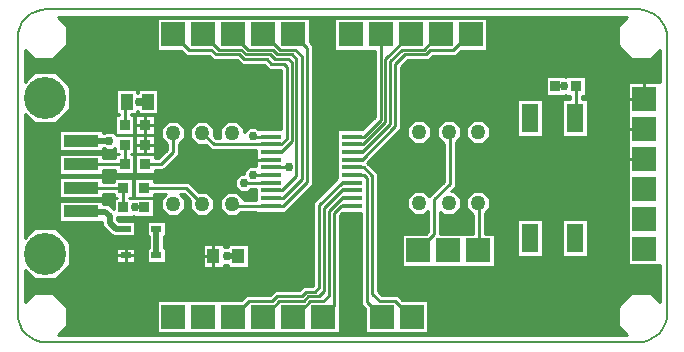
<source format=gbr>
G04 PROTEUS RS274X GERBER FILE*
%FSLAX45Y45*%
%MOMM*%
G01*
%ADD10C,0.508000*%
%ADD11C,0.254000*%
%ADD12C,0.762000*%
%ADD13R,1.701800X0.457200*%
%ADD14R,1.473200X2.387600*%
%ADD15R,1.016000X1.270000*%
%ADD16R,0.990600X1.397000*%
%ADD17R,0.889000X0.889000*%
%ADD18R,2.997200X0.990600*%
%ADD19C,3.556000*%
%ADD70C,0.000000*%
%ADD71R,0.838200X0.508000*%
%ADD20C,1.270000*%
%ADD21R,2.032000X2.032000*%
%ADD22C,0.203200*%
G36*
X+5081901Y+2582055D02*
X+5081901Y+2417945D01*
X+5197945Y+2301901D01*
X+5362055Y+2301901D01*
X+5439040Y+2378886D01*
X+5439040Y+2103739D01*
X+5168801Y+2103739D01*
X+5168801Y+554341D01*
X+5439040Y+554341D01*
X+5439040Y+241114D01*
X+5362055Y+318099D01*
X+5197945Y+318099D01*
X+5081901Y+202055D01*
X+5081901Y+37945D01*
X+5158886Y-39040D01*
X+341114Y-39040D01*
X+418099Y+37945D01*
X+418099Y+202055D01*
X+302055Y+318099D01*
X+137945Y+318099D01*
X+60960Y+241114D01*
X+60960Y+515013D01*
X+143232Y+432741D01*
X+322088Y+432741D01*
X+448559Y+559212D01*
X+448559Y+738068D01*
X+322088Y+864539D01*
X+143232Y+864539D01*
X+60960Y+782267D01*
X+60960Y+1835813D01*
X+143232Y+1753541D01*
X+322088Y+1753541D01*
X+448559Y+1880012D01*
X+448559Y+2058868D01*
X+322088Y+2185339D01*
X+143232Y+2185339D01*
X+60960Y+2103067D01*
X+60960Y+2378886D01*
X+137945Y+2301901D01*
X+302055Y+2301901D01*
X+418099Y+2417945D01*
X+418099Y+2582055D01*
X+341114Y+2659040D01*
X+5158886Y+2659040D01*
X+5081901Y+2582055D01*
G37*
%LPC*%
G36*
X+2475699Y+2441181D02*
X+2499199Y+2417681D01*
X+2499199Y+1236399D01*
X+2270181Y+1007381D01*
X+2265429Y+1007381D01*
X+2265429Y+997221D01*
X+2019051Y+997221D01*
X+2019051Y+1007381D01*
X+1892364Y+1007381D01*
X+1857644Y+972661D01*
X+1773476Y+972661D01*
X+1713961Y+1032176D01*
X+1713961Y+1116344D01*
X+1773476Y+1175859D01*
X+1857644Y+1175859D01*
X+1917159Y+1116344D01*
X+1917159Y+1108979D01*
X+2019051Y+1108979D01*
X+2019051Y+1202381D01*
X+1974195Y+1202381D01*
X+1949036Y+1177222D01*
X+1885910Y+1177222D01*
X+1841274Y+1221858D01*
X+1841274Y+1284984D01*
X+1885910Y+1329620D01*
X+1916095Y+1329620D01*
X+1916095Y+1350770D01*
X+1960731Y+1395406D01*
X+2019051Y+1395406D01*
X+2019051Y+1527381D01*
X+1640599Y+1527381D01*
X+1595319Y+1572661D01*
X+1523476Y+1572661D01*
X+1463961Y+1632176D01*
X+1463961Y+1716344D01*
X+1523476Y+1775859D01*
X+1607644Y+1775859D01*
X+1667159Y+1716344D01*
X+1667159Y+1644501D01*
X+1682681Y+1628979D01*
X+1717158Y+1628979D01*
X+1713961Y+1632176D01*
X+1713961Y+1716344D01*
X+1773476Y+1775859D01*
X+1857644Y+1775859D01*
X+1917159Y+1716344D01*
X+1917159Y+1679110D01*
X+1958437Y+1720388D01*
X+2021563Y+1720388D01*
X+2037812Y+1704139D01*
X+2228560Y+1704139D01*
X+2228560Y+2206788D01*
X+2128353Y+2206788D01*
X+2087589Y+2247552D01*
X+1898241Y+2247552D01*
X+1858154Y+2287639D01*
X+1661361Y+2287639D01*
X+1620314Y+2328686D01*
X+1428514Y+2328686D01*
X+1387859Y+2369341D01*
X+1180301Y+2369341D01*
X+1180301Y+2648739D01*
X+2475699Y+2648739D01*
X+2475699Y+2441181D01*
G37*
G36*
X+3975699Y+2369341D02*
X+3757401Y+2369341D01*
X+3711298Y+2323238D01*
X+3514060Y+2323238D01*
X+3478216Y+2287394D01*
X+3302124Y+2287394D01*
X+3247178Y+2232448D01*
X+3247178Y+1708555D01*
X+2961532Y+1422908D01*
X+3052919Y+1331521D01*
X+3052919Y+334384D01*
X+3087910Y+299393D01*
X+3217693Y+299393D01*
X+3258347Y+258739D01*
X+3477199Y+258739D01*
X+3477199Y-20659D01*
X+2943801Y-20659D01*
X+2943801Y+186899D01*
X+2908141Y+222559D01*
X+2908141Y+997221D01*
X+2750276Y+997221D01*
X+2728597Y+975542D01*
X+2728597Y+258739D01*
X+2729699Y+258739D01*
X+2729699Y-20659D01*
X+1180301Y-20659D01*
X+1180301Y+258739D01*
X+1895859Y+258739D01*
X+1936456Y+299336D01*
X+2135299Y+299336D01*
X+2178539Y+342576D01*
X+2384179Y+342576D01*
X+2422296Y+380693D01*
X+2498853Y+380693D01*
X+2505080Y+386920D01*
X+2505080Y+1085064D01*
X+2709051Y+1289035D01*
X+2709051Y+1704139D01*
X+2919502Y+1704139D01*
X+3023201Y+1807838D01*
X+3023201Y+2369341D01*
X+2680301Y+2369341D01*
X+2680301Y+2648739D01*
X+3975699Y+2648739D01*
X+3975699Y+2369341D01*
G37*
G36*
X+4609241Y+626521D02*
X+4609241Y+941479D01*
X+4832759Y+941479D01*
X+4832759Y+626521D01*
X+4609241Y+626521D01*
G37*
G36*
X+4451759Y+1642521D02*
X+4228241Y+1642521D01*
X+4228241Y+1957479D01*
X+4451759Y+1957479D01*
X+4451759Y+1642521D01*
G37*
G36*
X+4809229Y+1986291D02*
X+4777479Y+1986291D01*
X+4777479Y+1957479D01*
X+4832759Y+1957479D01*
X+4832759Y+1642521D01*
X+4609241Y+1642521D01*
X+4609241Y+1957479D01*
X+4675881Y+1957479D01*
X+4675881Y+1986291D01*
X+4644131Y+1986291D01*
X+4644131Y+1992641D01*
X+4636509Y+1992641D01*
X+4636509Y+1986291D01*
X+4471411Y+1986291D01*
X+4471411Y+2151389D01*
X+4636509Y+2151389D01*
X+4636509Y+2145039D01*
X+4644131Y+2145039D01*
X+4644131Y+2151389D01*
X+4809229Y+2151389D01*
X+4809229Y+1986291D01*
G37*
G36*
X+4228241Y+626521D02*
X+4228241Y+941479D01*
X+4451759Y+941479D01*
X+4451759Y+626521D01*
X+4228241Y+626521D01*
G37*
G36*
X+1958559Y+532861D02*
X+1780761Y+532861D01*
X+1780761Y+558261D01*
X+1745199Y+558261D01*
X+1745199Y+532861D01*
X+1567401Y+532861D01*
X+1567401Y+736059D01*
X+1745199Y+736059D01*
X+1745199Y+710659D01*
X+1780761Y+710659D01*
X+1780761Y+736059D01*
X+1958559Y+736059D01*
X+1958559Y+532861D01*
G37*
G36*
X+1192369Y+1829911D02*
X+1017111Y+1829911D01*
X+1017111Y+1861661D01*
X+1012369Y+1861661D01*
X+1012369Y+1829911D01*
X+957419Y+1829911D01*
X+957419Y+1824829D01*
X+989169Y+1824829D01*
X+989169Y+1659731D01*
X+834009Y+1659731D01*
X+836551Y+1657189D01*
X+989169Y+1657189D01*
X+989169Y+1492091D01*
X+957419Y+1492091D01*
X+957419Y+1491589D01*
X+989829Y+1491589D01*
X+989829Y+1326491D01*
X+824731Y+1326491D01*
X+824731Y+1358241D01*
X+727959Y+1358241D01*
X+727959Y+1321411D01*
X+352041Y+1321411D01*
X+352041Y+1496669D01*
X+727959Y+1496669D01*
X+727959Y+1459839D01*
X+824731Y+1459839D01*
X+824731Y+1491589D01*
X+855821Y+1491589D01*
X+855821Y+1492091D01*
X+824071Y+1492091D01*
X+824071Y+1548203D01*
X+808605Y+1532737D01*
X+745479Y+1532737D01*
X+732675Y+1545541D01*
X+727959Y+1545541D01*
X+727959Y+1521411D01*
X+352041Y+1521411D01*
X+352041Y+1696669D01*
X+727959Y+1696669D01*
X+727959Y+1672539D01*
X+732883Y+1672539D01*
X+745479Y+1685135D01*
X+808605Y+1685135D01*
X+824071Y+1669669D01*
X+824071Y+1824829D01*
X+855821Y+1824829D01*
X+855821Y+1829911D01*
X+837111Y+1829911D01*
X+837111Y+2045809D01*
X+1012369Y+2045809D01*
X+1012369Y+2014059D01*
X+1017111Y+2014059D01*
X+1017111Y+2045809D01*
X+1192369Y+2045809D01*
X+1192369Y+1829911D01*
G37*
G36*
X+996791Y+1824829D02*
X+1161889Y+1824829D01*
X+1161889Y+1659731D01*
X+996791Y+1659731D01*
X+996791Y+1824829D01*
G37*
G36*
X+727959Y+1259839D02*
X+814731Y+1259839D01*
X+814731Y+1291589D01*
X+979829Y+1291589D01*
X+979829Y+1126491D01*
X+947259Y+1126491D01*
X+947259Y+1126329D01*
X+979009Y+1126329D01*
X+979009Y+1119979D01*
X+986631Y+1119979D01*
X+986631Y+1126329D01*
X+1151729Y+1126329D01*
X+1151729Y+961231D01*
X+986631Y+961231D01*
X+986631Y+967581D01*
X+979009Y+967581D01*
X+979009Y+961231D01*
X+844539Y+961231D01*
X+844539Y+939496D01*
X+857096Y+926939D01*
X+995869Y+926939D01*
X+995869Y+799941D01*
X+804494Y+799941D01*
X+717541Y+886894D01*
X+717541Y+921411D01*
X+352041Y+921411D01*
X+352041Y+1096669D01*
X+727959Y+1096669D01*
X+727959Y+1071719D01*
X+770361Y+1071719D01*
X+813911Y+1028169D01*
X+813911Y+1126329D01*
X+845661Y+1126329D01*
X+845661Y+1126491D01*
X+814731Y+1126491D01*
X+814731Y+1158241D01*
X+727959Y+1158241D01*
X+727959Y+1121411D01*
X+352041Y+1121411D01*
X+352041Y+1296669D01*
X+727959Y+1296669D01*
X+727959Y+1259839D01*
G37*
G36*
X+1255869Y+799941D02*
X+1239359Y+799941D01*
X+1239359Y+700879D01*
X+1255869Y+700879D01*
X+1255869Y+573881D01*
X+1095851Y+573881D01*
X+1095851Y+700879D01*
X+1112361Y+700879D01*
X+1112361Y+799941D01*
X+1095851Y+799941D01*
X+1095851Y+926939D01*
X+1255869Y+926939D01*
X+1255869Y+799941D01*
G37*
G36*
X+835851Y+573881D02*
X+835851Y+700879D01*
X+995869Y+700879D01*
X+995869Y+573881D01*
X+835851Y+573881D01*
G37*
G36*
X+1152549Y+1259839D02*
X+1451821Y+1259839D01*
X+1535801Y+1175859D01*
X+1607644Y+1175859D01*
X+1667159Y+1116344D01*
X+1667159Y+1032176D01*
X+1607644Y+972661D01*
X+1523476Y+972661D01*
X+1463961Y+1032176D01*
X+1463961Y+1104019D01*
X+1409739Y+1158241D01*
X+1375262Y+1158241D01*
X+1417159Y+1116344D01*
X+1417159Y+1032176D01*
X+1357644Y+972661D01*
X+1273476Y+972661D01*
X+1213961Y+1032176D01*
X+1213961Y+1116344D01*
X+1255858Y+1158241D01*
X+1152549Y+1158241D01*
X+1152549Y+1126491D01*
X+987451Y+1126491D01*
X+987451Y+1291589D01*
X+1152549Y+1291589D01*
X+1152549Y+1259839D01*
G37*
G36*
X+1417159Y+1716344D02*
X+1417159Y+1632176D01*
X+1366359Y+1581376D01*
X+1366359Y+1490099D01*
X+1234501Y+1358241D01*
X+1162549Y+1358241D01*
X+1162549Y+1326491D01*
X+997451Y+1326491D01*
X+997451Y+1491589D01*
X+1162549Y+1491589D01*
X+1162549Y+1459839D01*
X+1192419Y+1459839D01*
X+1264761Y+1532181D01*
X+1264761Y+1581376D01*
X+1213961Y+1632176D01*
X+1213961Y+1716344D01*
X+1273476Y+1775859D01*
X+1357644Y+1775859D01*
X+1417159Y+1716344D01*
G37*
G36*
X+1161889Y+1492091D02*
X+996791Y+1492091D01*
X+996791Y+1657189D01*
X+1161889Y+1657189D01*
X+1161889Y+1492091D01*
G37*
G36*
X+3751599Y+1722084D02*
X+3751599Y+1637916D01*
X+3710799Y+1597116D01*
X+3710799Y+1218960D01*
X+3673438Y+1181599D01*
X+3692084Y+1181599D01*
X+3751599Y+1122084D01*
X+3751599Y+1037916D01*
X+3692084Y+978401D01*
X+3607916Y+978401D01*
X+3580799Y+1005518D01*
X+3580799Y+819699D01*
X+3859201Y+819699D01*
X+3859201Y+978401D01*
X+3857916Y+978401D01*
X+3798401Y+1037916D01*
X+3798401Y+1122084D01*
X+3857916Y+1181599D01*
X+3942084Y+1181599D01*
X+4001599Y+1122084D01*
X+4001599Y+1037916D01*
X+3960799Y+997116D01*
X+3960799Y+819699D01*
X+4039699Y+819699D01*
X+4039699Y+540301D01*
X+3252301Y+540301D01*
X+3252301Y+819699D01*
X+3459859Y+819699D01*
X+3479201Y+839041D01*
X+3479201Y+1015518D01*
X+3442084Y+978401D01*
X+3357916Y+978401D01*
X+3298401Y+1037916D01*
X+3298401Y+1122084D01*
X+3357916Y+1181599D01*
X+3442084Y+1181599D01*
X+3485921Y+1137762D01*
X+3609201Y+1261042D01*
X+3609201Y+1578401D01*
X+3607916Y+1578401D01*
X+3548401Y+1637916D01*
X+3548401Y+1722084D01*
X+3607916Y+1781599D01*
X+3692084Y+1781599D01*
X+3751599Y+1722084D01*
G37*
G36*
X+3798401Y+1637916D02*
X+3798401Y+1722084D01*
X+3857916Y+1781599D01*
X+3942084Y+1781599D01*
X+4001599Y+1722084D01*
X+4001599Y+1637916D01*
X+3942084Y+1578401D01*
X+3857916Y+1578401D01*
X+3798401Y+1637916D01*
G37*
G36*
X+3298401Y+1637916D02*
X+3298401Y+1722084D01*
X+3357916Y+1781599D01*
X+3442084Y+1781599D01*
X+3501599Y+1722084D01*
X+3501599Y+1637916D01*
X+3442084Y+1578401D01*
X+3357916Y+1578401D01*
X+3298401Y+1637916D01*
G37*
%LPD*%
D10*
X+1869660Y+634460D02*
X+1769660Y+634460D01*
D11*
X+540000Y+1409040D02*
X+907280Y+1409040D01*
X+906620Y+1574640D02*
X+906620Y+1409700D01*
X+907280Y+1409040D01*
X+896460Y+1043780D02*
X+896460Y+1208880D01*
X+896620Y+1209040D01*
X+899000Y+1211420D01*
X+897280Y+1209040D01*
X+540000Y+1209040D02*
X+896620Y+1209040D01*
X+897280Y+1209040D01*
X+1069180Y+1043780D02*
X+994230Y+1043780D01*
D10*
X+540000Y+1609040D02*
X+776938Y+1609040D01*
X+777042Y+1608936D01*
X+915860Y+863440D02*
X+830795Y+863440D01*
X+781040Y+913195D01*
X+781040Y+971240D01*
X+744060Y+1008220D01*
X+540820Y+1008220D01*
X+540000Y+1009040D01*
X+1175860Y+863440D02*
X+1175860Y+637380D01*
D11*
X+1080000Y+1409040D02*
X+1213460Y+1409040D01*
X+1315560Y+1511140D01*
X+1315560Y+1674260D01*
X+1070000Y+1209040D02*
X+1430780Y+1209040D01*
X+1565560Y+1074260D01*
X+906620Y+1742280D02*
X+906620Y+1919740D01*
X+924740Y+1937860D01*
X+1104740Y+1937860D02*
X+1027549Y+1937860D01*
X+2142240Y+1058180D02*
X+1831640Y+1058180D01*
X+1815560Y+1074260D01*
X+2142240Y+1578180D02*
X+2057742Y+1578180D01*
X+1661640Y+1578180D01*
X+1565560Y+1674260D01*
X+2142240Y+1383180D02*
X+2292458Y+1383180D01*
X+2296024Y+1386746D01*
X+2142240Y+1253180D02*
X+1917714Y+1253180D01*
X+1917473Y+1253421D01*
X+2142240Y+1318180D02*
X+1993321Y+1318180D01*
X+1992294Y+1319207D01*
X+4553960Y+2068840D02*
X+4628909Y+2068840D01*
X+2142240Y+1643180D02*
X+1991009Y+1643180D01*
X+1990000Y+1644189D01*
X+2832240Y+1058180D02*
X+2739395Y+1058180D01*
X+2677798Y+996583D01*
X+2677798Y+206838D01*
X+2590000Y+119040D01*
X+2832240Y+1123180D02*
X+2746945Y+1123180D01*
X+2637129Y+1013364D01*
X+2637129Y+296724D01*
X+2589027Y+248622D01*
X+2476939Y+248622D01*
X+2347357Y+119040D01*
X+2336000Y+119040D01*
X+2832240Y+1188180D02*
X+2745650Y+1188180D01*
X+2596522Y+1039052D01*
X+2596522Y+335589D01*
X+2550173Y+289240D01*
X+2460111Y+289240D01*
X+2423795Y+252924D01*
X+2419431Y+248560D01*
X+2218000Y+248560D01*
X+2088480Y+119040D01*
X+2082000Y+119040D01*
X+2832240Y+1318180D02*
X+2930920Y+1318180D01*
X+2958940Y+1290160D01*
X+2958940Y+243600D01*
X+3083500Y+119040D01*
X+2832240Y+1383180D02*
X+2929420Y+1383180D01*
X+3002120Y+1310480D01*
X+3002120Y+313343D01*
X+3066868Y+248595D01*
X+3196651Y+248595D01*
X+3329291Y+115955D01*
X+3341021Y+115955D01*
X+3337500Y+119040D01*
X+4726680Y+2068840D02*
X+4726680Y+1805680D01*
X+4721000Y+1800000D01*
X+2832240Y+1253180D02*
X+2745036Y+1253180D01*
X+2555879Y+1064023D01*
X+2555879Y+365879D01*
X+2519894Y+329894D01*
X+2443337Y+329894D01*
X+2405220Y+291777D01*
X+2199580Y+291777D01*
X+2156340Y+248537D01*
X+1957497Y+248537D01*
X+1828000Y+119040D01*
X+3900000Y+1080000D02*
X+3910000Y+1080000D01*
X+3910000Y+690000D01*
X+3900000Y+680000D01*
X+3650000Y+1680000D02*
X+3660000Y+1680000D01*
X+3660000Y+1240001D01*
X+3530000Y+1110001D01*
X+3530000Y+818000D01*
X+3392000Y+680000D01*
X+2142240Y+1058180D02*
X+2249140Y+1058180D01*
X+2448400Y+1257440D01*
X+2448400Y+2396640D01*
X+2336000Y+2509040D01*
X+2142240Y+1123180D02*
X+2244141Y+1123180D01*
X+2405220Y+1284259D01*
X+2405220Y+2320899D01*
X+2346585Y+2379534D01*
X+2222900Y+2379534D01*
X+2088619Y+2513815D01*
X+2088619Y+2514250D01*
X+2082000Y+2509040D01*
X+2142240Y+1188180D02*
X+2239139Y+1188180D01*
X+2362040Y+1311081D01*
X+2362040Y+2298039D01*
X+2321155Y+2338924D01*
X+2200439Y+2338924D01*
X+2159814Y+2379549D01*
X+1952997Y+2379549D01*
X+1828000Y+2504546D01*
X+1828000Y+2509040D01*
X+2142240Y+1513180D02*
X+2227539Y+1513180D01*
X+2321400Y+1607041D01*
X+2321400Y+2270100D01*
X+2293255Y+2298245D01*
X+2176948Y+2298245D01*
X+2136236Y+2338957D01*
X+1936114Y+2338957D01*
X+1896031Y+2379040D01*
X+1704000Y+2379040D01*
X+1574000Y+2509040D01*
X+2142240Y+1578180D02*
X+2232508Y+1578180D01*
X+2279359Y+1625031D01*
X+2279359Y+2235941D01*
X+2257713Y+2257587D01*
X+2149394Y+2257587D01*
X+2108630Y+2298351D01*
X+1919282Y+2298351D01*
X+1879195Y+2338438D01*
X+1682402Y+2338438D01*
X+1641355Y+2379485D01*
X+1449555Y+2379485D01*
X+1320000Y+2509040D01*
X+2832240Y+1643180D02*
X+2930383Y+1643180D01*
X+3074000Y+1786797D01*
X+3074000Y+2509040D01*
X+2832240Y+1578180D02*
X+2922856Y+1578180D01*
X+3114645Y+1769969D01*
X+3114645Y+2295685D01*
X+3328000Y+2509040D01*
X+2832240Y+1513180D02*
X+2918485Y+1513180D01*
X+3155711Y+1750406D01*
X+3155711Y+2279337D01*
X+3255197Y+2378823D01*
X+3440367Y+2378823D01*
X+3570584Y+2509040D01*
X+3582000Y+2509040D01*
X+2832240Y+1448180D02*
X+2914963Y+1448180D01*
X+3196379Y+1729596D01*
X+3196379Y+2253489D01*
X+3281083Y+2338193D01*
X+3457175Y+2338193D01*
X+3493019Y+2374037D01*
X+3690257Y+2374037D01*
X+3825260Y+2509040D01*
X+3836000Y+2509040D01*
D12*
X+1769660Y+634460D03*
X+994230Y+1043780D03*
X+777042Y+1608936D03*
X+1027549Y+1937860D03*
X+2296024Y+1386746D03*
X+4628909Y+2068840D03*
X+1990000Y+1644189D03*
X+4340000Y+1800000D03*
X+1992294Y+1319207D03*
X+1917473Y+1253421D03*
D11*
X+5081901Y+2582055D02*
X+5081901Y+2417945D01*
X+5197945Y+2301901D01*
X+5362055Y+2301901D01*
X+5439040Y+2378886D01*
X+5439040Y+2103739D01*
X+5168801Y+2103739D01*
X+5168801Y+554341D01*
X+5439040Y+554341D01*
X+5439040Y+241114D01*
X+5362055Y+318099D01*
X+5197945Y+318099D01*
X+5081901Y+202055D01*
X+5081901Y+37945D01*
X+5158886Y-39040D01*
X+341114Y-39040D01*
X+418099Y+37945D01*
X+418099Y+202055D01*
X+302055Y+318099D01*
X+137945Y+318099D01*
X+60960Y+241114D01*
X+60960Y+515013D01*
X+143232Y+432741D01*
X+322088Y+432741D01*
X+448559Y+559212D01*
X+448559Y+738068D01*
X+322088Y+864539D01*
X+143232Y+864539D01*
X+60960Y+782267D01*
X+60960Y+1835813D01*
X+143232Y+1753541D01*
X+322088Y+1753541D01*
X+448559Y+1880012D01*
X+448559Y+2058868D01*
X+322088Y+2185339D01*
X+143232Y+2185339D01*
X+60960Y+2103067D01*
X+60960Y+2378886D01*
X+137945Y+2301901D01*
X+302055Y+2301901D01*
X+418099Y+2417945D01*
X+418099Y+2582055D01*
X+341114Y+2659040D01*
X+5158886Y+2659040D01*
X+5081901Y+2582055D01*
X+2475699Y+2441181D02*
X+2499199Y+2417681D01*
X+2499199Y+1236399D01*
X+2270181Y+1007381D01*
X+2265429Y+1007381D01*
X+2265429Y+997221D01*
X+2019051Y+997221D01*
X+2019051Y+1007381D01*
X+1892364Y+1007381D01*
X+1857644Y+972661D01*
X+1773476Y+972661D01*
X+1713961Y+1032176D01*
X+1713961Y+1116344D01*
X+1773476Y+1175859D01*
X+1857644Y+1175859D01*
X+1917159Y+1116344D01*
X+1917159Y+1108979D01*
X+2019051Y+1108979D01*
X+2019051Y+1202381D01*
X+1974195Y+1202381D01*
X+1949036Y+1177222D01*
X+1885910Y+1177222D01*
X+1841274Y+1221858D01*
X+1841274Y+1284984D01*
X+1885910Y+1329620D01*
X+1916095Y+1329620D01*
X+1916095Y+1350770D01*
X+1960731Y+1395406D01*
X+2019051Y+1395406D01*
X+2019051Y+1527381D01*
X+1640599Y+1527381D01*
X+1595319Y+1572661D01*
X+1523476Y+1572661D01*
X+1463961Y+1632176D01*
X+1463961Y+1716344D01*
X+1523476Y+1775859D01*
X+1607644Y+1775859D01*
X+1667159Y+1716344D01*
X+1667159Y+1644501D01*
X+1682681Y+1628979D01*
X+1717158Y+1628979D01*
X+1713961Y+1632176D01*
X+1713961Y+1716344D01*
X+1773476Y+1775859D01*
X+1857644Y+1775859D01*
X+1917159Y+1716344D01*
X+1917159Y+1679110D01*
X+1958437Y+1720388D01*
X+2021563Y+1720388D01*
X+2037812Y+1704139D01*
X+2228560Y+1704139D01*
X+2228560Y+2206788D01*
X+2128353Y+2206788D01*
X+2087589Y+2247552D01*
X+1898241Y+2247552D01*
X+1858154Y+2287639D01*
X+1661361Y+2287639D01*
X+1620314Y+2328686D01*
X+1428514Y+2328686D01*
X+1387859Y+2369341D01*
X+1180301Y+2369341D01*
X+1180301Y+2648739D01*
X+2475699Y+2648739D01*
X+2475699Y+2441181D01*
X+3975699Y+2369341D02*
X+3757401Y+2369341D01*
X+3711298Y+2323238D01*
X+3514060Y+2323238D01*
X+3478216Y+2287394D01*
X+3302124Y+2287394D01*
X+3247178Y+2232448D01*
X+3247178Y+1708555D01*
X+2961532Y+1422908D01*
X+3052919Y+1331521D01*
X+3052919Y+334384D01*
X+3087910Y+299393D01*
X+3217693Y+299393D01*
X+3258347Y+258739D01*
X+3477199Y+258739D01*
X+3477199Y-20659D01*
X+2943801Y-20659D01*
X+2943801Y+186899D01*
X+2908141Y+222559D01*
X+2908141Y+997221D01*
X+2750276Y+997221D01*
X+2728597Y+975542D01*
X+2728597Y+258739D01*
X+2729699Y+258739D01*
X+2729699Y-20659D01*
X+1180301Y-20659D01*
X+1180301Y+258739D01*
X+1895859Y+258739D01*
X+1936456Y+299336D01*
X+2135299Y+299336D01*
X+2178539Y+342576D01*
X+2384179Y+342576D01*
X+2422296Y+380693D01*
X+2498853Y+380693D01*
X+2505080Y+386920D01*
X+2505080Y+1085064D01*
X+2709051Y+1289035D01*
X+2709051Y+1704139D01*
X+2919502Y+1704139D01*
X+3023201Y+1807838D01*
X+3023201Y+2369341D01*
X+2680301Y+2369341D01*
X+2680301Y+2648739D01*
X+3975699Y+2648739D01*
X+3975699Y+2369341D01*
X+4609241Y+626521D02*
X+4609241Y+941479D01*
X+4832759Y+941479D01*
X+4832759Y+626521D01*
X+4609241Y+626521D01*
X+4451759Y+1642521D02*
X+4228241Y+1642521D01*
X+4228241Y+1957479D01*
X+4451759Y+1957479D01*
X+4451759Y+1642521D01*
X+4809229Y+1986291D02*
X+4777479Y+1986291D01*
X+4777479Y+1957479D01*
X+4832759Y+1957479D01*
X+4832759Y+1642521D01*
X+4609241Y+1642521D01*
X+4609241Y+1957479D01*
X+4675881Y+1957479D01*
X+4675881Y+1986291D01*
X+4644131Y+1986291D01*
X+4644131Y+1992641D01*
X+4636509Y+1992641D01*
X+4636509Y+1986291D01*
X+4471411Y+1986291D01*
X+4471411Y+2151389D01*
X+4636509Y+2151389D01*
X+4636509Y+2145039D01*
X+4644131Y+2145039D01*
X+4644131Y+2151389D01*
X+4809229Y+2151389D01*
X+4809229Y+1986291D01*
X+4228241Y+626521D02*
X+4228241Y+941479D01*
X+4451759Y+941479D01*
X+4451759Y+626521D01*
X+4228241Y+626521D01*
X+1958559Y+532861D02*
X+1780761Y+532861D01*
X+1780761Y+558261D01*
X+1745199Y+558261D01*
X+1745199Y+532861D01*
X+1567401Y+532861D01*
X+1567401Y+736059D01*
X+1745199Y+736059D01*
X+1745199Y+710659D01*
X+1780761Y+710659D01*
X+1780761Y+736059D01*
X+1958559Y+736059D01*
X+1958559Y+532861D01*
X+1192369Y+1829911D02*
X+1017111Y+1829911D01*
X+1017111Y+1861661D01*
X+1012369Y+1861661D01*
X+1012369Y+1829911D01*
X+957419Y+1829911D01*
X+957419Y+1824829D01*
X+989169Y+1824829D01*
X+989169Y+1659731D01*
X+834009Y+1659731D01*
X+836551Y+1657189D01*
X+989169Y+1657189D01*
X+989169Y+1492091D01*
X+957419Y+1492091D01*
X+957419Y+1491589D01*
X+989829Y+1491589D01*
X+989829Y+1326491D01*
X+824731Y+1326491D01*
X+824731Y+1358241D01*
X+727959Y+1358241D01*
X+727959Y+1321411D01*
X+352041Y+1321411D01*
X+352041Y+1496669D01*
X+727959Y+1496669D01*
X+727959Y+1459839D01*
X+824731Y+1459839D01*
X+824731Y+1491589D01*
X+855821Y+1491589D01*
X+855821Y+1492091D01*
X+824071Y+1492091D01*
X+824071Y+1548203D01*
X+808605Y+1532737D01*
X+745479Y+1532737D01*
X+732675Y+1545541D01*
X+727959Y+1545541D01*
X+727959Y+1521411D01*
X+352041Y+1521411D01*
X+352041Y+1696669D01*
X+727959Y+1696669D01*
X+727959Y+1672539D01*
X+732883Y+1672539D01*
X+745479Y+1685135D01*
X+808605Y+1685135D01*
X+824071Y+1669669D01*
X+824071Y+1824829D01*
X+855821Y+1824829D01*
X+855821Y+1829911D01*
X+837111Y+1829911D01*
X+837111Y+2045809D01*
X+1012369Y+2045809D01*
X+1012369Y+2014059D01*
X+1017111Y+2014059D01*
X+1017111Y+2045809D01*
X+1192369Y+2045809D01*
X+1192369Y+1829911D01*
X+996791Y+1824829D02*
X+1161889Y+1824829D01*
X+1161889Y+1659731D01*
X+996791Y+1659731D01*
X+996791Y+1824829D01*
X+727959Y+1259839D02*
X+814731Y+1259839D01*
X+814731Y+1291589D01*
X+979829Y+1291589D01*
X+979829Y+1126491D01*
X+947259Y+1126491D01*
X+947259Y+1126329D01*
X+979009Y+1126329D01*
X+979009Y+1119979D01*
X+986631Y+1119979D01*
X+986631Y+1126329D01*
X+1151729Y+1126329D01*
X+1151729Y+961231D01*
X+986631Y+961231D01*
X+986631Y+967581D01*
X+979009Y+967581D01*
X+979009Y+961231D01*
X+844539Y+961231D01*
X+844539Y+939496D01*
X+857096Y+926939D01*
X+995869Y+926939D01*
X+995869Y+799941D01*
X+804494Y+799941D01*
X+717541Y+886894D01*
X+717541Y+921411D01*
X+352041Y+921411D01*
X+352041Y+1096669D01*
X+727959Y+1096669D01*
X+727959Y+1071719D01*
X+770361Y+1071719D01*
X+813911Y+1028169D01*
X+813911Y+1126329D01*
X+845661Y+1126329D01*
X+845661Y+1126491D01*
X+814731Y+1126491D01*
X+814731Y+1158241D01*
X+727959Y+1158241D01*
X+727959Y+1121411D01*
X+352041Y+1121411D01*
X+352041Y+1296669D01*
X+727959Y+1296669D01*
X+727959Y+1259839D01*
X+1255869Y+799941D02*
X+1239359Y+799941D01*
X+1239359Y+700879D01*
X+1255869Y+700879D01*
X+1255869Y+573881D01*
X+1095851Y+573881D01*
X+1095851Y+700879D01*
X+1112361Y+700879D01*
X+1112361Y+799941D01*
X+1095851Y+799941D01*
X+1095851Y+926939D01*
X+1255869Y+926939D01*
X+1255869Y+799941D01*
X+835851Y+573881D02*
X+835851Y+700879D01*
X+995869Y+700879D01*
X+995869Y+573881D01*
X+835851Y+573881D01*
X+1152549Y+1259839D02*
X+1451821Y+1259839D01*
X+1535801Y+1175859D01*
X+1607644Y+1175859D01*
X+1667159Y+1116344D01*
X+1667159Y+1032176D01*
X+1607644Y+972661D01*
X+1523476Y+972661D01*
X+1463961Y+1032176D01*
X+1463961Y+1104019D01*
X+1409739Y+1158241D01*
X+1375262Y+1158241D01*
X+1417159Y+1116344D01*
X+1417159Y+1032176D01*
X+1357644Y+972661D01*
X+1273476Y+972661D01*
X+1213961Y+1032176D01*
X+1213961Y+1116344D01*
X+1255858Y+1158241D01*
X+1152549Y+1158241D01*
X+1152549Y+1126491D01*
X+987451Y+1126491D01*
X+987451Y+1291589D01*
X+1152549Y+1291589D01*
X+1152549Y+1259839D01*
X+1417159Y+1716344D02*
X+1417159Y+1632176D01*
X+1366359Y+1581376D01*
X+1366359Y+1490099D01*
X+1234501Y+1358241D01*
X+1162549Y+1358241D01*
X+1162549Y+1326491D01*
X+997451Y+1326491D01*
X+997451Y+1491589D01*
X+1162549Y+1491589D01*
X+1162549Y+1459839D01*
X+1192419Y+1459839D01*
X+1264761Y+1532181D01*
X+1264761Y+1581376D01*
X+1213961Y+1632176D01*
X+1213961Y+1716344D01*
X+1273476Y+1775859D01*
X+1357644Y+1775859D01*
X+1417159Y+1716344D01*
X+1161889Y+1492091D02*
X+996791Y+1492091D01*
X+996791Y+1657189D01*
X+1161889Y+1657189D01*
X+1161889Y+1492091D01*
X+3751599Y+1722084D02*
X+3751599Y+1637916D01*
X+3710799Y+1597116D01*
X+3710799Y+1218960D01*
X+3673438Y+1181599D01*
X+3692084Y+1181599D01*
X+3751599Y+1122084D01*
X+3751599Y+1037916D01*
X+3692084Y+978401D01*
X+3607916Y+978401D01*
X+3580799Y+1005518D01*
X+3580799Y+819699D01*
X+3859201Y+819699D01*
X+3859201Y+978401D01*
X+3857916Y+978401D01*
X+3798401Y+1037916D01*
X+3798401Y+1122084D01*
X+3857916Y+1181599D01*
X+3942084Y+1181599D01*
X+4001599Y+1122084D01*
X+4001599Y+1037916D01*
X+3960799Y+997116D01*
X+3960799Y+819699D01*
X+4039699Y+819699D01*
X+4039699Y+540301D01*
X+3252301Y+540301D01*
X+3252301Y+819699D01*
X+3459859Y+819699D01*
X+3479201Y+839041D01*
X+3479201Y+1015518D01*
X+3442084Y+978401D01*
X+3357916Y+978401D01*
X+3298401Y+1037916D01*
X+3298401Y+1122084D01*
X+3357916Y+1181599D01*
X+3442084Y+1181599D01*
X+3485921Y+1137762D01*
X+3609201Y+1261042D01*
X+3609201Y+1578401D01*
X+3607916Y+1578401D01*
X+3548401Y+1637916D01*
X+3548401Y+1722084D01*
X+3607916Y+1781599D01*
X+3692084Y+1781599D01*
X+3751599Y+1722084D01*
X+3798401Y+1637916D02*
X+3798401Y+1722084D01*
X+3857916Y+1781599D01*
X+3942084Y+1781599D01*
X+4001599Y+1722084D01*
X+4001599Y+1637916D01*
X+3942084Y+1578401D01*
X+3857916Y+1578401D01*
X+3798401Y+1637916D01*
X+3298401Y+1637916D02*
X+3298401Y+1722084D01*
X+3357916Y+1781599D01*
X+3442084Y+1781599D01*
X+3501599Y+1722084D01*
X+3501599Y+1637916D01*
X+3442084Y+1578401D01*
X+3357916Y+1578401D01*
X+3298401Y+1637916D01*
X+2019051Y+1448180D02*
X+2142240Y+1448180D01*
X+1567401Y+634460D02*
X+1656300Y+634460D01*
X+1656300Y+532861D02*
X+1656300Y+634460D01*
X+1656300Y+736059D02*
X+1656300Y+634460D01*
X+996791Y+1742280D02*
X+1079340Y+1742280D01*
X+1161889Y+1742280D02*
X+1079340Y+1742280D01*
X+1079340Y+1659731D02*
X+1079340Y+1742280D01*
X+1079340Y+1824829D02*
X+1079340Y+1742280D01*
X+915860Y+573881D02*
X+915860Y+637380D01*
X+915860Y+700879D02*
X+915860Y+637380D01*
X+995869Y+637380D02*
X+915860Y+637380D01*
X+835851Y+637380D02*
X+915860Y+637380D01*
X+1161889Y+1574640D02*
X+1079340Y+1574640D01*
X+996791Y+1574640D02*
X+1079340Y+1574640D01*
X+1079340Y+1657189D02*
X+1079340Y+1574640D01*
X+1079340Y+1492091D02*
X+1079340Y+1574640D01*
X+5308500Y+2103739D02*
X+5308500Y+1964040D01*
X+5168801Y+1964040D02*
X+5308500Y+1964040D01*
X+5168801Y+1710040D02*
X+5308500Y+1710040D01*
X+5168801Y+1456040D02*
X+5308500Y+1456040D01*
D13*
X+2142240Y+1643180D03*
X+2142240Y+1578180D03*
X+2142240Y+1513180D03*
X+2142240Y+1448180D03*
X+2142240Y+1383180D03*
X+2142240Y+1318180D03*
X+2142240Y+1253180D03*
X+2142240Y+1188180D03*
X+2142240Y+1123180D03*
X+2142240Y+1058180D03*
X+2832240Y+1058180D03*
X+2832240Y+1123180D03*
X+2832240Y+1188180D03*
X+2832240Y+1253180D03*
X+2832240Y+1318180D03*
X+2832240Y+1383180D03*
X+2832240Y+1448180D03*
X+2832240Y+1513180D03*
X+2832240Y+1578180D03*
X+2832240Y+1643180D03*
D14*
X+4721000Y+784000D03*
X+4340000Y+1800000D03*
X+4721000Y+1800000D03*
X+4340000Y+784000D03*
D15*
X+1656300Y+634460D03*
X+1869660Y+634460D03*
D16*
X+924740Y+1937860D03*
X+1104740Y+1937860D03*
D17*
X+906620Y+1742280D03*
X+1079340Y+1742280D03*
D18*
X+540000Y+1009040D03*
X+540000Y+1209040D03*
X+540000Y+1409040D03*
X+540000Y+1609040D03*
D19*
X+232660Y+648640D03*
D70*
X+232660Y+648640D03*
D19*
X+232660Y+1969440D03*
D70*
X+232660Y+1969440D03*
D71*
X+915860Y+863440D03*
X+1175860Y+863440D03*
X+1175860Y+637380D03*
X+915860Y+637380D03*
D20*
X+1315560Y+1074260D03*
X+1565560Y+1074260D03*
X+1815560Y+1074260D03*
X+1815560Y+1674260D03*
X+1565560Y+1674260D03*
X+1315560Y+1674260D03*
D17*
X+1070000Y+1209040D03*
X+897280Y+1209040D03*
X+1080000Y+1409040D03*
X+907280Y+1409040D03*
X+896460Y+1043780D03*
X+1069180Y+1043780D03*
X+1079340Y+1574640D03*
X+906620Y+1574640D03*
D21*
X+1320000Y+2509040D03*
X+1574000Y+2509040D03*
X+1828000Y+2509040D03*
X+2082000Y+2509040D03*
X+2336000Y+2509040D03*
X+3836000Y+2509040D03*
X+3582000Y+2509040D03*
X+3328000Y+2509040D03*
X+3074000Y+2509040D03*
X+2820000Y+2509040D03*
X+2590000Y+119040D03*
X+2336000Y+119040D03*
X+2082000Y+119040D03*
X+1828000Y+119040D03*
X+1574000Y+119040D03*
X+1320000Y+119040D03*
X+3083500Y+119040D03*
X+3337500Y+119040D03*
D17*
X+4726680Y+2068840D03*
X+4553960Y+2068840D03*
D21*
X+5308500Y+1964040D03*
X+5308500Y+1710040D03*
X+5308500Y+1456040D03*
X+5308500Y+1202040D03*
X+5308500Y+948040D03*
X+5308500Y+694040D03*
X+3900000Y+680000D03*
X+3646000Y+680000D03*
X+3392000Y+680000D03*
D20*
X+3400000Y+1080000D03*
X+3650000Y+1080000D03*
X+3900000Y+1080000D03*
X+3900000Y+1680000D03*
X+3650000Y+1680000D03*
X+3400000Y+1680000D03*
D22*
X+0Y+150000D02*
X+0Y+2470000D01*
X+250000Y+2720000D02*
X+5250000Y+2720000D01*
X+5500000Y+2470000D02*
X+5500000Y+150000D01*
X+5250000Y-100000D02*
X+250000Y-100000D01*
X+0Y+2470000D02*
X+4974Y+2521117D01*
X+19287Y+2568389D01*
X+42023Y+2610900D01*
X+72266Y+2647734D01*
X+109100Y+2677977D01*
X+151611Y+2700713D01*
X+198883Y+2715026D01*
X+250000Y+2720000D01*
X+0Y+150000D02*
X+4974Y+98883D01*
X+19287Y+51611D01*
X+42023Y+9100D01*
X+72266Y-27734D01*
X+109100Y-57977D01*
X+151611Y-80713D01*
X+198883Y-95026D01*
X+250000Y-100000D01*
X+5250000Y-100000D02*
X+5301117Y-95026D01*
X+5348389Y-80713D01*
X+5390900Y-57977D01*
X+5427734Y-27734D01*
X+5457977Y+9100D01*
X+5480713Y+51611D01*
X+5495026Y+98883D01*
X+5500000Y+150000D01*
X+5500000Y+2470000D02*
X+5495026Y+2521117D01*
X+5480713Y+2568389D01*
X+5457977Y+2610900D01*
X+5427734Y+2647734D01*
X+5390900Y+2677977D01*
X+5348389Y+2700713D01*
X+5301117Y+2715026D01*
X+5250000Y+2720000D01*
M02*

</source>
